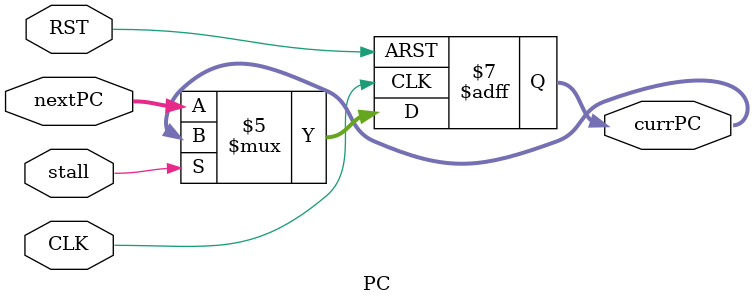
<source format=v>
`timescale 1ns / 1ps
module PC(
  input CLK,
  input RST,
  input stall,  // Enable Pc to add
  input [31:0] nextPC,  // next address conculated by PCadder
  
  output reg[31:0] currPC
  );

  always@(posedge CLK or negedge RST)
  begin
    if(~RST) begin
      currPC <= 0;
    end
  else
    begin
      if(~stall)
        begin
          currPC <= nextPC;
        end
      else
        begin
          currPC <= currPC;
        end
    end
  end
endmodule

</source>
